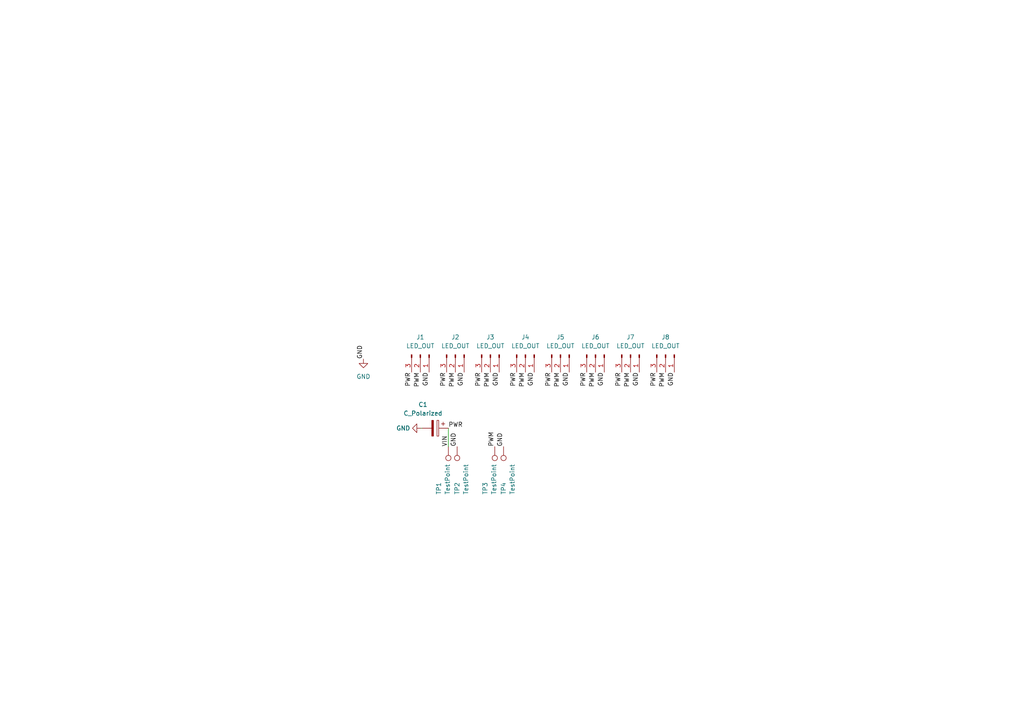
<source format=kicad_sch>
(kicad_sch (version 20230121) (generator eeschema)
  (paper "A4")
  (lib_symbols
    (symbol "Connector:Conn_01x03_Pin" (pin_names (offset 1.016) hide)
      (property "Reference" "J" (at 0 5.08 0))
      (property "Value" "Conn_01x03_Pin" (at 0 -5.08 0))
      (symbol "Conn_01x03_Pin_1_1"
        (polyline (pts (xy 1.27 -2.54) (xy 0.8636 -2.54)) (stroke (width 0.1524)))
        (polyline (pts (xy 1.27 0) (xy 0.8636 0)) (stroke (width 0.1524)))
        (polyline (pts (xy 1.27 2.54) (xy 0.8636 2.54)) (stroke (width 0.1524)))
        (rectangle (start 0.8636 -2.413) (end 0 -2.667) (stroke (width 0.1524)) (fill (type outline)))
        (rectangle (start 0.8636 0.127) (end 0 -0.127) (stroke (width 0.1524)) (fill (type outline)))
        (rectangle (start 0.8636 2.667) (end 0 2.413) (stroke (width 0.1524)) (fill (type outline)))
        (pin passive line (at 5.08 2.54 180) (length 3.81) (name "Pin_1") (number "1"))
        (pin passive line (at 5.08 0 180) (length 3.81) (name "Pin_2") (number "2"))
        (pin passive line (at 5.08 -2.54 180) (length 3.81) (name "Pin_3") (number "3"))
      )
    )
    (symbol "Connector:TestPoint" (pin_numbers hide) (pin_names (offset 0.762) hide)
      (property "Reference" "TP" (at 0 6.858 0))
      (property "Value" "TestPoint" (at 0 5.08 0))
      (symbol "TestPoint_0_1"
        (circle (center 0 3.302) (radius 0.762))
      )
      (symbol "TestPoint_1_1"
        (pin passive line (at 0 0 90) (length 2.54) (name "1") (number "1"))
      )
    )
    (symbol "Device:C_Polarized" (pin_numbers hide) (pin_names (offset 0.254))
      (property "Reference" "C" (at 0.635 2.54 0))
      (property "Value" "C_Polarized" (at 0.635 -2.54 0))
      (symbol "C_Polarized_0_1"
        (rectangle (start -2.286 0.508) (end 2.286 1.016))
        (polyline (pts (xy -1.778 2.286) (xy -0.762 2.286)))
        (polyline (pts (xy -1.27 2.794) (xy -1.27 1.778)))
        (rectangle (start 2.286 -0.508) (end -2.286 -1.016) (fill (type outline)))
      )
      (symbol "C_Polarized_1_1"
        (pin passive line (at 0 3.81 270) (length 2.794) (name "~") (number "1"))
        (pin passive line (at 0 -3.81 90) (length 2.794) (name "~") (number "2"))
      )
    )
    (symbol "power:GND" (power) (pin_names (offset 0))
      (property "Value" "GND" (at 0 -3.81 0))
      (symbol "GND_0_1"
        (polyline (pts (xy 0 0) (xy 0 -1.27) (xy 1.27 -1.27) (xy 0 -2.54) (xy -1.27 -1.27) (xy 0 -1.27)))
      )
      (symbol "GND_1_1"
        (pin power_in line (at 0 0 270) (length 0) hide (name "GND") (number "1"))
      )
    )
  )
  (wire (pts (xy 122.428 124.206) (xy 122.174 124.206)))
  (wire (pts (xy 130.048 129.54) (xy 130.048 124.206)))
  (label "PWM" (at 152.4 107.95 270))
  (label "PWR" (at 170.18 107.95 270))
  (label "GND" (at 124.46 107.95 270))
  (label "GND" (at 175.26 107.95 270))
  (label "PWR" (at 129.54 107.95 270))
  (label "GND" (at 132.588 129.54 90))
  (label "VIN" (at 130.048 129.54 90))
  (label "GND" (at 154.94 107.95 270))
  (label "GND" (at 105.41 104.14 90))
  (label "GND" (at 144.78 107.95 270))
  (label "GND" (at 195.58 107.95 270))
  (label "GND" (at 146.05 129.54 90))
  (label "PWM" (at 132.08 107.95 270))
  (label "GND" (at 185.42 107.95 270))
  (label "GND" (at 165.1 107.95 270))
  (label "PWR" (at 139.7 107.95 270))
  (label "PWR" (at 180.34 107.95 270))
  (label "PWR" (at 160.02 107.95 270))
  (label "PWR" (at 190.5 107.95 270))
  (label "PWM" (at 172.72 107.95 270))
  (label "GND" (at 134.62 107.95 270))
  (label "PWM" (at 193.04 107.95 270))
  (label "PWR" (at 130.048 124.206 0))
  (label "PWR" (at 149.86 107.95 270))
  (label "PWM" (at 142.24 107.95 270))
  (label "PWM" (at 143.51 129.54 90))
  (label "PWM" (at 182.88 107.95 270))
  (label "PWR" (at 119.38 107.95 270))
  (label "PWM" (at 162.56 107.95 270))
  (label "PWM" (at 121.92 107.95 270))
  (symbol (lib_id "Connector:Conn_01x03_Pin") (at 142.24 102.87 270) (unit 1)
    (property "Reference" "J3" (at 142.24 97.79 90))
    (property "Value" "LED_OUT" (at 142.24 100.33 90))
    (property "Footprint" "Connector_JST:JST_SH_SM03B-SRSS-TB_1x03-1MP_P1.00mm_Horizontal" (effects hide))
  )
  (symbol (lib_id "Device:C_Polarized") (at 126.238 124.206 270) (unit 1)
    (property "Reference" "C1" (at 122.682 117.348 90))
    (property "Value" "C_Polarized" (at 122.682 119.888 90))
    (property "Footprint" "Capacitor_SMD:CP_Elec_8x10" (effects hide))
  )
  (symbol (lib_id "Connector:TestPoint") (at 130.048 129.54 180) (unit 1)
    (property "Reference" "TP1" (at 127.254 143.51 90) (effects (justify right)))
    (property "Value" "TestPoint" (at 129.794 143.51 90) (effects (justify right)))
    (property "Footprint" "TestPoint:TestPoint_Keystone_5019_Minature" (effects hide))
  )
  (symbol (lib_id "Connector:TestPoint") (at 146.05 129.54 180) (unit 1)
    (property "Reference" "TP4" (at 146.05 143.51 90) (effects (justify right)))
    (property "Value" "TestPoint" (at 148.59 143.51 90) (effects (justify right)))
    (property "Footprint" "TestPoint:TestPoint_Keystone_5019_Minature" (effects hide))
  )
  (symbol (lib_id "Connector:TestPoint") (at 143.51 129.54 180) (unit 1)
    (property "Reference" "TP3" (at 140.716 143.51 90) (effects (justify right)))
    (property "Value" "TestPoint" (at 143.256 143.51 90) (effects (justify right)))
    (property "Footprint" "TestPoint:TestPoint_Keystone_5019_Minature" (effects hide))
  )
  (symbol (lib_id "Connector:Conn_01x03_Pin") (at 193.04 102.87 270) (unit 1)
    (property "Reference" "J8" (at 193.04 97.79 90))
    (property "Value" "LED_OUT" (at 193.04 100.33 90))
    (property "Footprint" "Connector_JST:JST_SH_SM03B-SRSS-TB_1x03-1MP_P1.00mm_Horizontal" (effects hide))
  )
  (symbol (lib_id "Connector:Conn_01x03_Pin") (at 162.56 102.87 270) (unit 1)
    (property "Reference" "J5" (at 162.56 97.79 90))
    (property "Value" "LED_OUT" (at 162.56 100.33 90))
    (property "Footprint" "Connector_JST:JST_SH_SM03B-SRSS-TB_1x03-1MP_P1.00mm_Horizontal" (effects hide))
  )
  (symbol (lib_id "power:GND") (at 105.41 104.14 0) (unit 1)
    (property "Reference" "#PWR01" (effects hide))
    (property "Value" "GND" (at 105.41 109.22 0))
  )
  (symbol (lib_id "power:GND") (at 122.174 124.206 270) (unit 1)
    (property "Reference" "#PWR03" (effects hide))
    (property "Value" "GND" (at 118.999 124.206 90) (effects (justify right)))
  )
  (symbol (lib_id "Connector:TestPoint") (at 132.588 129.54 180) (unit 1)
    (property "Reference" "TP2" (at 132.588 143.51 90) (effects (justify right)))
    (property "Value" "TestPoint" (at 135.128 143.51 90) (effects (justify right)))
    (property "Footprint" "TestPoint:TestPoint_Keystone_5019_Minature" (effects hide))
  )
  (symbol (lib_id "Connector:Conn_01x03_Pin") (at 152.4 102.87 270) (unit 1)
    (property "Reference" "J4" (at 152.4 97.79 90))
    (property "Value" "LED_OUT" (at 152.4 100.33 90))
    (property "Footprint" "Connector_JST:JST_SH_SM03B-SRSS-TB_1x03-1MP_P1.00mm_Horizontal" (effects hide))
  )
  (symbol (lib_id "Connector:Conn_01x03_Pin") (at 182.88 102.87 270) (unit 1)
    (property "Reference" "J7" (at 182.88 97.79 90))
    (property "Value" "LED_OUT" (at 182.88 100.33 90))
    (property "Footprint" "Connector_JST:JST_SH_SM03B-SRSS-TB_1x03-1MP_P1.00mm_Horizontal" (effects hide))
  )
  (symbol (lib_id "Connector:Conn_01x03_Pin") (at 121.92 102.87 270) (unit 1)
    (property "Reference" "J1" (at 121.92 97.79 90))
    (property "Value" "LED_OUT" (at 121.92 100.33 90))
    (property "Footprint" "Connector_JST:JST_SH_SM03B-SRSS-TB_1x03-1MP_P1.00mm_Horizontal" (effects hide))
  )
  (symbol (lib_id "Connector:Conn_01x03_Pin") (at 172.72 102.87 270) (unit 1)
    (property "Reference" "J6" (at 172.72 97.79 90))
    (property "Value" "LED_OUT" (at 172.72 100.33 90))
    (property "Footprint" "Connector_JST:JST_SH_SM03B-SRSS-TB_1x03-1MP_P1.00mm_Horizontal" (effects hide))
  )
  (symbol (lib_id "Connector:Conn_01x03_Pin") (at 132.08 102.87 270) (unit 1)
    (property "Reference" "J2" (at 132.08 97.79 90))
    (property "Value" "LED_OUT" (at 132.08 100.33 90))
    (property "Footprint" "Connector_JST:JST_SH_SM03B-SRSS-TB_1x03-1MP_P1.00mm_Horizontal" (effects hide))
  )
)
</source>
